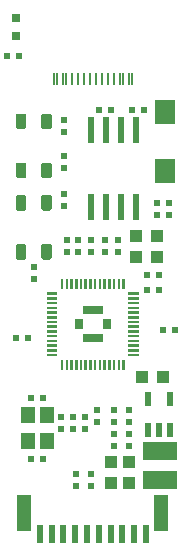
<source format=gbr>
G04 #@! TF.GenerationSoftware,KiCad,Pcbnew,5.1.12-84ad8e8a86~92~ubuntu18.04.1*
G04 #@! TF.CreationDate,2023-05-05T14:43:28+03:00*
G04 #@! TF.ProjectId,RP2040-PICO30_Rev_A,52503230-3430-42d5-9049-434f33305f52,A*
G04 #@! TF.SameCoordinates,Original*
G04 #@! TF.FileFunction,Paste,Top*
G04 #@! TF.FilePolarity,Positive*
%FSLAX46Y46*%
G04 Gerber Fmt 4.6, Leading zero omitted, Abs format (unit mm)*
G04 Created by KiCad (PCBNEW 5.1.12-84ad8e8a86~92~ubuntu18.04.1) date 2023-05-05 14:43:28*
%MOMM*%
%LPD*%
G01*
G04 APERTURE LIST*
%ADD10R,0.800000X0.949200*%
%ADD11R,1.700000X0.800000*%
%ADD12R,0.600000X1.550000*%
%ADD13R,1.200000X3.100000*%
%ADD14R,0.280000X1.130000*%
%ADD15R,0.230000X1.130000*%
%ADD16R,0.800000X0.800000*%
%ADD17R,1.016000X1.016000*%
%ADD18R,3.000000X1.600000*%
%ADD19R,0.550000X0.500000*%
%ADD20R,0.550000X1.200000*%
%ADD21R,0.500000X0.550000*%
%ADD22R,1.700000X2.000000*%
%ADD23R,1.200000X1.400000*%
%ADD24R,0.600000X2.200000*%
G04 APERTURE END LIST*
G36*
G01*
X147789500Y-89710000D02*
X147789500Y-88835000D01*
G75*
G02*
X147795000Y-88829500I5500J0D01*
G01*
X147995000Y-88829500D01*
G75*
G02*
X148000500Y-88835000I0J-5500D01*
G01*
X148000500Y-89710000D01*
G75*
G02*
X147995000Y-89715500I-5500J0D01*
G01*
X147795000Y-89715500D01*
G75*
G02*
X147789500Y-89710000I0J5500D01*
G01*
G37*
G36*
G01*
X148189500Y-89710000D02*
X148189500Y-88835000D01*
G75*
G02*
X148195000Y-88829500I5500J0D01*
G01*
X148395000Y-88829500D01*
G75*
G02*
X148400500Y-88835000I0J-5500D01*
G01*
X148400500Y-89710000D01*
G75*
G02*
X148395000Y-89715500I-5500J0D01*
G01*
X148195000Y-89715500D01*
G75*
G02*
X148189500Y-89710000I0J5500D01*
G01*
G37*
G36*
G01*
X148589500Y-89710000D02*
X148589500Y-88835000D01*
G75*
G02*
X148595000Y-88829500I5500J0D01*
G01*
X148795000Y-88829500D01*
G75*
G02*
X148800500Y-88835000I0J-5500D01*
G01*
X148800500Y-89710000D01*
G75*
G02*
X148795000Y-89715500I-5500J0D01*
G01*
X148595000Y-89715500D01*
G75*
G02*
X148589500Y-89710000I0J5500D01*
G01*
G37*
G36*
G01*
X148989500Y-89710000D02*
X148989500Y-88835000D01*
G75*
G02*
X148995000Y-88829500I5500J0D01*
G01*
X149195000Y-88829500D01*
G75*
G02*
X149200500Y-88835000I0J-5500D01*
G01*
X149200500Y-89710000D01*
G75*
G02*
X149195000Y-89715500I-5500J0D01*
G01*
X148995000Y-89715500D01*
G75*
G02*
X148989500Y-89710000I0J5500D01*
G01*
G37*
G36*
G01*
X149389500Y-89710000D02*
X149389500Y-88835000D01*
G75*
G02*
X149395000Y-88829500I5500J0D01*
G01*
X149595000Y-88829500D01*
G75*
G02*
X149600500Y-88835000I0J-5500D01*
G01*
X149600500Y-89710000D01*
G75*
G02*
X149595000Y-89715500I-5500J0D01*
G01*
X149395000Y-89715500D01*
G75*
G02*
X149389500Y-89710000I0J5500D01*
G01*
G37*
G36*
G01*
X149789500Y-89710000D02*
X149789500Y-88835000D01*
G75*
G02*
X149795000Y-88829500I5500J0D01*
G01*
X149995000Y-88829500D01*
G75*
G02*
X150000500Y-88835000I0J-5500D01*
G01*
X150000500Y-89710000D01*
G75*
G02*
X149995000Y-89715500I-5500J0D01*
G01*
X149795000Y-89715500D01*
G75*
G02*
X149789500Y-89710000I0J5500D01*
G01*
G37*
G36*
G01*
X150189500Y-89710000D02*
X150189500Y-88835000D01*
G75*
G02*
X150195000Y-88829500I5500J0D01*
G01*
X150395000Y-88829500D01*
G75*
G02*
X150400500Y-88835000I0J-5500D01*
G01*
X150400500Y-89710000D01*
G75*
G02*
X150395000Y-89715500I-5500J0D01*
G01*
X150195000Y-89715500D01*
G75*
G02*
X150189500Y-89710000I0J5500D01*
G01*
G37*
G36*
G01*
X150589500Y-89710000D02*
X150589500Y-88835000D01*
G75*
G02*
X150595000Y-88829500I5500J0D01*
G01*
X150795000Y-88829500D01*
G75*
G02*
X150800500Y-88835000I0J-5500D01*
G01*
X150800500Y-89710000D01*
G75*
G02*
X150795000Y-89715500I-5500J0D01*
G01*
X150595000Y-89715500D01*
G75*
G02*
X150589500Y-89710000I0J5500D01*
G01*
G37*
G36*
G01*
X150989500Y-89710000D02*
X150989500Y-88835000D01*
G75*
G02*
X150995000Y-88829500I5500J0D01*
G01*
X151195000Y-88829500D01*
G75*
G02*
X151200500Y-88835000I0J-5500D01*
G01*
X151200500Y-89710000D01*
G75*
G02*
X151195000Y-89715500I-5500J0D01*
G01*
X150995000Y-89715500D01*
G75*
G02*
X150989500Y-89710000I0J5500D01*
G01*
G37*
G36*
G01*
X151389500Y-89710000D02*
X151389500Y-88835000D01*
G75*
G02*
X151395000Y-88829500I5500J0D01*
G01*
X151595000Y-88829500D01*
G75*
G02*
X151600500Y-88835000I0J-5500D01*
G01*
X151600500Y-89710000D01*
G75*
G02*
X151595000Y-89715500I-5500J0D01*
G01*
X151395000Y-89715500D01*
G75*
G02*
X151389500Y-89710000I0J5500D01*
G01*
G37*
G36*
G01*
X151789500Y-89710000D02*
X151789500Y-88835000D01*
G75*
G02*
X151795000Y-88829500I5500J0D01*
G01*
X151995000Y-88829500D01*
G75*
G02*
X152000500Y-88835000I0J-5500D01*
G01*
X152000500Y-89710000D01*
G75*
G02*
X151995000Y-89715500I-5500J0D01*
G01*
X151795000Y-89715500D01*
G75*
G02*
X151789500Y-89710000I0J5500D01*
G01*
G37*
G36*
G01*
X152189500Y-89710000D02*
X152189500Y-88835000D01*
G75*
G02*
X152195000Y-88829500I5500J0D01*
G01*
X152395000Y-88829500D01*
G75*
G02*
X152400500Y-88835000I0J-5500D01*
G01*
X152400500Y-89710000D01*
G75*
G02*
X152395000Y-89715500I-5500J0D01*
G01*
X152195000Y-89715500D01*
G75*
G02*
X152189500Y-89710000I0J5500D01*
G01*
G37*
G36*
G01*
X152589500Y-89710000D02*
X152589500Y-88835000D01*
G75*
G02*
X152595000Y-88829500I5500J0D01*
G01*
X152795000Y-88829500D01*
G75*
G02*
X152800500Y-88835000I0J-5500D01*
G01*
X152800500Y-89710000D01*
G75*
G02*
X152795000Y-89715500I-5500J0D01*
G01*
X152595000Y-89715500D01*
G75*
G02*
X152589500Y-89710000I0J5500D01*
G01*
G37*
G36*
G01*
X152989500Y-89710000D02*
X152989500Y-88835000D01*
G75*
G02*
X152995000Y-88829500I5500J0D01*
G01*
X153195000Y-88829500D01*
G75*
G02*
X153200500Y-88835000I0J-5500D01*
G01*
X153200500Y-89710000D01*
G75*
G02*
X153195000Y-89715500I-5500J0D01*
G01*
X152995000Y-89715500D01*
G75*
G02*
X152989500Y-89710000I0J5500D01*
G01*
G37*
G36*
G01*
X153489500Y-90210000D02*
X153489500Y-90010000D01*
G75*
G02*
X153495000Y-90004500I5500J0D01*
G01*
X154370000Y-90004500D01*
G75*
G02*
X154375500Y-90010000I0J-5500D01*
G01*
X154375500Y-90210000D01*
G75*
G02*
X154370000Y-90215500I-5500J0D01*
G01*
X153495000Y-90215500D01*
G75*
G02*
X153489500Y-90210000I0J5500D01*
G01*
G37*
G36*
G01*
X153489500Y-90610000D02*
X153489500Y-90410000D01*
G75*
G02*
X153495000Y-90404500I5500J0D01*
G01*
X154370000Y-90404500D01*
G75*
G02*
X154375500Y-90410000I0J-5500D01*
G01*
X154375500Y-90610000D01*
G75*
G02*
X154370000Y-90615500I-5500J0D01*
G01*
X153495000Y-90615500D01*
G75*
G02*
X153489500Y-90610000I0J5500D01*
G01*
G37*
G36*
G01*
X153489500Y-91010000D02*
X153489500Y-90810000D01*
G75*
G02*
X153495000Y-90804500I5500J0D01*
G01*
X154370000Y-90804500D01*
G75*
G02*
X154375500Y-90810000I0J-5500D01*
G01*
X154375500Y-91010000D01*
G75*
G02*
X154370000Y-91015500I-5500J0D01*
G01*
X153495000Y-91015500D01*
G75*
G02*
X153489500Y-91010000I0J5500D01*
G01*
G37*
G36*
G01*
X153489500Y-91410000D02*
X153489500Y-91210000D01*
G75*
G02*
X153495000Y-91204500I5500J0D01*
G01*
X154370000Y-91204500D01*
G75*
G02*
X154375500Y-91210000I0J-5500D01*
G01*
X154375500Y-91410000D01*
G75*
G02*
X154370000Y-91415500I-5500J0D01*
G01*
X153495000Y-91415500D01*
G75*
G02*
X153489500Y-91410000I0J5500D01*
G01*
G37*
G36*
G01*
X153489500Y-91810000D02*
X153489500Y-91610000D01*
G75*
G02*
X153495000Y-91604500I5500J0D01*
G01*
X154370000Y-91604500D01*
G75*
G02*
X154375500Y-91610000I0J-5500D01*
G01*
X154375500Y-91810000D01*
G75*
G02*
X154370000Y-91815500I-5500J0D01*
G01*
X153495000Y-91815500D01*
G75*
G02*
X153489500Y-91810000I0J5500D01*
G01*
G37*
G36*
G01*
X153489500Y-92210000D02*
X153489500Y-92010000D01*
G75*
G02*
X153495000Y-92004500I5500J0D01*
G01*
X154370000Y-92004500D01*
G75*
G02*
X154375500Y-92010000I0J-5500D01*
G01*
X154375500Y-92210000D01*
G75*
G02*
X154370000Y-92215500I-5500J0D01*
G01*
X153495000Y-92215500D01*
G75*
G02*
X153489500Y-92210000I0J5500D01*
G01*
G37*
G36*
G01*
X153489500Y-92610000D02*
X153489500Y-92410000D01*
G75*
G02*
X153495000Y-92404500I5500J0D01*
G01*
X154370000Y-92404500D01*
G75*
G02*
X154375500Y-92410000I0J-5500D01*
G01*
X154375500Y-92610000D01*
G75*
G02*
X154370000Y-92615500I-5500J0D01*
G01*
X153495000Y-92615500D01*
G75*
G02*
X153489500Y-92610000I0J5500D01*
G01*
G37*
G36*
G01*
X153489500Y-93010000D02*
X153489500Y-92810000D01*
G75*
G02*
X153495000Y-92804500I5500J0D01*
G01*
X154370000Y-92804500D01*
G75*
G02*
X154375500Y-92810000I0J-5500D01*
G01*
X154375500Y-93010000D01*
G75*
G02*
X154370000Y-93015500I-5500J0D01*
G01*
X153495000Y-93015500D01*
G75*
G02*
X153489500Y-93010000I0J5500D01*
G01*
G37*
G36*
G01*
X153489500Y-93410000D02*
X153489500Y-93210000D01*
G75*
G02*
X153495000Y-93204500I5500J0D01*
G01*
X154370000Y-93204500D01*
G75*
G02*
X154375500Y-93210000I0J-5500D01*
G01*
X154375500Y-93410000D01*
G75*
G02*
X154370000Y-93415500I-5500J0D01*
G01*
X153495000Y-93415500D01*
G75*
G02*
X153489500Y-93410000I0J5500D01*
G01*
G37*
G36*
G01*
X153489500Y-93810000D02*
X153489500Y-93610000D01*
G75*
G02*
X153495000Y-93604500I5500J0D01*
G01*
X154370000Y-93604500D01*
G75*
G02*
X154375500Y-93610000I0J-5500D01*
G01*
X154375500Y-93810000D01*
G75*
G02*
X154370000Y-93815500I-5500J0D01*
G01*
X153495000Y-93815500D01*
G75*
G02*
X153489500Y-93810000I0J5500D01*
G01*
G37*
G36*
G01*
X153489500Y-94210000D02*
X153489500Y-94010000D01*
G75*
G02*
X153495000Y-94004500I5500J0D01*
G01*
X154370000Y-94004500D01*
G75*
G02*
X154375500Y-94010000I0J-5500D01*
G01*
X154375500Y-94210000D01*
G75*
G02*
X154370000Y-94215500I-5500J0D01*
G01*
X153495000Y-94215500D01*
G75*
G02*
X153489500Y-94210000I0J5500D01*
G01*
G37*
G36*
G01*
X153489500Y-94610000D02*
X153489500Y-94410000D01*
G75*
G02*
X153495000Y-94404500I5500J0D01*
G01*
X154370000Y-94404500D01*
G75*
G02*
X154375500Y-94410000I0J-5500D01*
G01*
X154375500Y-94610000D01*
G75*
G02*
X154370000Y-94615500I-5500J0D01*
G01*
X153495000Y-94615500D01*
G75*
G02*
X153489500Y-94610000I0J5500D01*
G01*
G37*
G36*
G01*
X153489500Y-95010000D02*
X153489500Y-94810000D01*
G75*
G02*
X153495000Y-94804500I5500J0D01*
G01*
X154370000Y-94804500D01*
G75*
G02*
X154375500Y-94810000I0J-5500D01*
G01*
X154375500Y-95010000D01*
G75*
G02*
X154370000Y-95015500I-5500J0D01*
G01*
X153495000Y-95015500D01*
G75*
G02*
X153489500Y-95010000I0J5500D01*
G01*
G37*
G36*
G01*
X153489500Y-95410000D02*
X153489500Y-95210000D01*
G75*
G02*
X153495000Y-95204500I5500J0D01*
G01*
X154370000Y-95204500D01*
G75*
G02*
X154375500Y-95210000I0J-5500D01*
G01*
X154375500Y-95410000D01*
G75*
G02*
X154370000Y-95415500I-5500J0D01*
G01*
X153495000Y-95415500D01*
G75*
G02*
X153489500Y-95410000I0J5500D01*
G01*
G37*
G36*
G01*
X152989500Y-96585000D02*
X152989500Y-95710000D01*
G75*
G02*
X152995000Y-95704500I5500J0D01*
G01*
X153195000Y-95704500D01*
G75*
G02*
X153200500Y-95710000I0J-5500D01*
G01*
X153200500Y-96585000D01*
G75*
G02*
X153195000Y-96590500I-5500J0D01*
G01*
X152995000Y-96590500D01*
G75*
G02*
X152989500Y-96585000I0J5500D01*
G01*
G37*
G36*
G01*
X152589500Y-96585000D02*
X152589500Y-95710000D01*
G75*
G02*
X152595000Y-95704500I5500J0D01*
G01*
X152795000Y-95704500D01*
G75*
G02*
X152800500Y-95710000I0J-5500D01*
G01*
X152800500Y-96585000D01*
G75*
G02*
X152795000Y-96590500I-5500J0D01*
G01*
X152595000Y-96590500D01*
G75*
G02*
X152589500Y-96585000I0J5500D01*
G01*
G37*
G36*
G01*
X152189500Y-96585000D02*
X152189500Y-95710000D01*
G75*
G02*
X152195000Y-95704500I5500J0D01*
G01*
X152395000Y-95704500D01*
G75*
G02*
X152400500Y-95710000I0J-5500D01*
G01*
X152400500Y-96585000D01*
G75*
G02*
X152395000Y-96590500I-5500J0D01*
G01*
X152195000Y-96590500D01*
G75*
G02*
X152189500Y-96585000I0J5500D01*
G01*
G37*
G36*
G01*
X151789500Y-96585000D02*
X151789500Y-95710000D01*
G75*
G02*
X151795000Y-95704500I5500J0D01*
G01*
X151995000Y-95704500D01*
G75*
G02*
X152000500Y-95710000I0J-5500D01*
G01*
X152000500Y-96585000D01*
G75*
G02*
X151995000Y-96590500I-5500J0D01*
G01*
X151795000Y-96590500D01*
G75*
G02*
X151789500Y-96585000I0J5500D01*
G01*
G37*
G36*
G01*
X151389500Y-96585000D02*
X151389500Y-95710000D01*
G75*
G02*
X151395000Y-95704500I5500J0D01*
G01*
X151595000Y-95704500D01*
G75*
G02*
X151600500Y-95710000I0J-5500D01*
G01*
X151600500Y-96585000D01*
G75*
G02*
X151595000Y-96590500I-5500J0D01*
G01*
X151395000Y-96590500D01*
G75*
G02*
X151389500Y-96585000I0J5500D01*
G01*
G37*
G36*
G01*
X150989500Y-96585000D02*
X150989500Y-95710000D01*
G75*
G02*
X150995000Y-95704500I5500J0D01*
G01*
X151195000Y-95704500D01*
G75*
G02*
X151200500Y-95710000I0J-5500D01*
G01*
X151200500Y-96585000D01*
G75*
G02*
X151195000Y-96590500I-5500J0D01*
G01*
X150995000Y-96590500D01*
G75*
G02*
X150989500Y-96585000I0J5500D01*
G01*
G37*
G36*
G01*
X150589500Y-96585000D02*
X150589500Y-95710000D01*
G75*
G02*
X150595000Y-95704500I5500J0D01*
G01*
X150795000Y-95704500D01*
G75*
G02*
X150800500Y-95710000I0J-5500D01*
G01*
X150800500Y-96585000D01*
G75*
G02*
X150795000Y-96590500I-5500J0D01*
G01*
X150595000Y-96590500D01*
G75*
G02*
X150589500Y-96585000I0J5500D01*
G01*
G37*
G36*
G01*
X150189500Y-96585000D02*
X150189500Y-95710000D01*
G75*
G02*
X150195000Y-95704500I5500J0D01*
G01*
X150395000Y-95704500D01*
G75*
G02*
X150400500Y-95710000I0J-5500D01*
G01*
X150400500Y-96585000D01*
G75*
G02*
X150395000Y-96590500I-5500J0D01*
G01*
X150195000Y-96590500D01*
G75*
G02*
X150189500Y-96585000I0J5500D01*
G01*
G37*
G36*
G01*
X149789500Y-96585000D02*
X149789500Y-95710000D01*
G75*
G02*
X149795000Y-95704500I5500J0D01*
G01*
X149995000Y-95704500D01*
G75*
G02*
X150000500Y-95710000I0J-5500D01*
G01*
X150000500Y-96585000D01*
G75*
G02*
X149995000Y-96590500I-5500J0D01*
G01*
X149795000Y-96590500D01*
G75*
G02*
X149789500Y-96585000I0J5500D01*
G01*
G37*
G36*
G01*
X149389500Y-96585000D02*
X149389500Y-95710000D01*
G75*
G02*
X149395000Y-95704500I5500J0D01*
G01*
X149595000Y-95704500D01*
G75*
G02*
X149600500Y-95710000I0J-5500D01*
G01*
X149600500Y-96585000D01*
G75*
G02*
X149595000Y-96590500I-5500J0D01*
G01*
X149395000Y-96590500D01*
G75*
G02*
X149389500Y-96585000I0J5500D01*
G01*
G37*
G36*
G01*
X148989500Y-96585000D02*
X148989500Y-95710000D01*
G75*
G02*
X148995000Y-95704500I5500J0D01*
G01*
X149195000Y-95704500D01*
G75*
G02*
X149200500Y-95710000I0J-5500D01*
G01*
X149200500Y-96585000D01*
G75*
G02*
X149195000Y-96590500I-5500J0D01*
G01*
X148995000Y-96590500D01*
G75*
G02*
X148989500Y-96585000I0J5500D01*
G01*
G37*
G36*
G01*
X148589500Y-96585000D02*
X148589500Y-95710000D01*
G75*
G02*
X148595000Y-95704500I5500J0D01*
G01*
X148795000Y-95704500D01*
G75*
G02*
X148800500Y-95710000I0J-5500D01*
G01*
X148800500Y-96585000D01*
G75*
G02*
X148795000Y-96590500I-5500J0D01*
G01*
X148595000Y-96590500D01*
G75*
G02*
X148589500Y-96585000I0J5500D01*
G01*
G37*
G36*
G01*
X148189500Y-96585000D02*
X148189500Y-95710000D01*
G75*
G02*
X148195000Y-95704500I5500J0D01*
G01*
X148395000Y-95704500D01*
G75*
G02*
X148400500Y-95710000I0J-5500D01*
G01*
X148400500Y-96585000D01*
G75*
G02*
X148395000Y-96590500I-5500J0D01*
G01*
X148195000Y-96590500D01*
G75*
G02*
X148189500Y-96585000I0J5500D01*
G01*
G37*
G36*
G01*
X147789500Y-96585000D02*
X147789500Y-95710000D01*
G75*
G02*
X147795000Y-95704500I5500J0D01*
G01*
X147995000Y-95704500D01*
G75*
G02*
X148000500Y-95710000I0J-5500D01*
G01*
X148000500Y-96585000D01*
G75*
G02*
X147995000Y-96590500I-5500J0D01*
G01*
X147795000Y-96590500D01*
G75*
G02*
X147789500Y-96585000I0J5500D01*
G01*
G37*
G36*
G01*
X146614500Y-95410000D02*
X146614500Y-95210000D01*
G75*
G02*
X146620000Y-95204500I5500J0D01*
G01*
X147495000Y-95204500D01*
G75*
G02*
X147500500Y-95210000I0J-5500D01*
G01*
X147500500Y-95410000D01*
G75*
G02*
X147495000Y-95415500I-5500J0D01*
G01*
X146620000Y-95415500D01*
G75*
G02*
X146614500Y-95410000I0J5500D01*
G01*
G37*
G36*
G01*
X146614500Y-95010000D02*
X146614500Y-94810000D01*
G75*
G02*
X146620000Y-94804500I5500J0D01*
G01*
X147495000Y-94804500D01*
G75*
G02*
X147500500Y-94810000I0J-5500D01*
G01*
X147500500Y-95010000D01*
G75*
G02*
X147495000Y-95015500I-5500J0D01*
G01*
X146620000Y-95015500D01*
G75*
G02*
X146614500Y-95010000I0J5500D01*
G01*
G37*
G36*
G01*
X146614500Y-94610000D02*
X146614500Y-94410000D01*
G75*
G02*
X146620000Y-94404500I5500J0D01*
G01*
X147495000Y-94404500D01*
G75*
G02*
X147500500Y-94410000I0J-5500D01*
G01*
X147500500Y-94610000D01*
G75*
G02*
X147495000Y-94615500I-5500J0D01*
G01*
X146620000Y-94615500D01*
G75*
G02*
X146614500Y-94610000I0J5500D01*
G01*
G37*
G36*
G01*
X146614500Y-94210000D02*
X146614500Y-94010000D01*
G75*
G02*
X146620000Y-94004500I5500J0D01*
G01*
X147495000Y-94004500D01*
G75*
G02*
X147500500Y-94010000I0J-5500D01*
G01*
X147500500Y-94210000D01*
G75*
G02*
X147495000Y-94215500I-5500J0D01*
G01*
X146620000Y-94215500D01*
G75*
G02*
X146614500Y-94210000I0J5500D01*
G01*
G37*
G36*
G01*
X146614500Y-93810000D02*
X146614500Y-93610000D01*
G75*
G02*
X146620000Y-93604500I5500J0D01*
G01*
X147495000Y-93604500D01*
G75*
G02*
X147500500Y-93610000I0J-5500D01*
G01*
X147500500Y-93810000D01*
G75*
G02*
X147495000Y-93815500I-5500J0D01*
G01*
X146620000Y-93815500D01*
G75*
G02*
X146614500Y-93810000I0J5500D01*
G01*
G37*
G36*
G01*
X146614500Y-93410000D02*
X146614500Y-93210000D01*
G75*
G02*
X146620000Y-93204500I5500J0D01*
G01*
X147495000Y-93204500D01*
G75*
G02*
X147500500Y-93210000I0J-5500D01*
G01*
X147500500Y-93410000D01*
G75*
G02*
X147495000Y-93415500I-5500J0D01*
G01*
X146620000Y-93415500D01*
G75*
G02*
X146614500Y-93410000I0J5500D01*
G01*
G37*
G36*
G01*
X146614500Y-93010000D02*
X146614500Y-92810000D01*
G75*
G02*
X146620000Y-92804500I5500J0D01*
G01*
X147495000Y-92804500D01*
G75*
G02*
X147500500Y-92810000I0J-5500D01*
G01*
X147500500Y-93010000D01*
G75*
G02*
X147495000Y-93015500I-5500J0D01*
G01*
X146620000Y-93015500D01*
G75*
G02*
X146614500Y-93010000I0J5500D01*
G01*
G37*
G36*
G01*
X146614500Y-92610000D02*
X146614500Y-92410000D01*
G75*
G02*
X146620000Y-92404500I5500J0D01*
G01*
X147495000Y-92404500D01*
G75*
G02*
X147500500Y-92410000I0J-5500D01*
G01*
X147500500Y-92610000D01*
G75*
G02*
X147495000Y-92615500I-5500J0D01*
G01*
X146620000Y-92615500D01*
G75*
G02*
X146614500Y-92610000I0J5500D01*
G01*
G37*
G36*
G01*
X146614500Y-92210000D02*
X146614500Y-92010000D01*
G75*
G02*
X146620000Y-92004500I5500J0D01*
G01*
X147495000Y-92004500D01*
G75*
G02*
X147500500Y-92010000I0J-5500D01*
G01*
X147500500Y-92210000D01*
G75*
G02*
X147495000Y-92215500I-5500J0D01*
G01*
X146620000Y-92215500D01*
G75*
G02*
X146614500Y-92210000I0J5500D01*
G01*
G37*
G36*
G01*
X146614500Y-91810000D02*
X146614500Y-91610000D01*
G75*
G02*
X146620000Y-91604500I5500J0D01*
G01*
X147495000Y-91604500D01*
G75*
G02*
X147500500Y-91610000I0J-5500D01*
G01*
X147500500Y-91810000D01*
G75*
G02*
X147495000Y-91815500I-5500J0D01*
G01*
X146620000Y-91815500D01*
G75*
G02*
X146614500Y-91810000I0J5500D01*
G01*
G37*
G36*
G01*
X146614500Y-91410000D02*
X146614500Y-91210000D01*
G75*
G02*
X146620000Y-91204500I5500J0D01*
G01*
X147495000Y-91204500D01*
G75*
G02*
X147500500Y-91210000I0J-5500D01*
G01*
X147500500Y-91410000D01*
G75*
G02*
X147495000Y-91415500I-5500J0D01*
G01*
X146620000Y-91415500D01*
G75*
G02*
X146614500Y-91410000I0J5500D01*
G01*
G37*
G36*
G01*
X146614500Y-91010000D02*
X146614500Y-90810000D01*
G75*
G02*
X146620000Y-90804500I5500J0D01*
G01*
X147495000Y-90804500D01*
G75*
G02*
X147500500Y-90810000I0J-5500D01*
G01*
X147500500Y-91010000D01*
G75*
G02*
X147495000Y-91015500I-5500J0D01*
G01*
X146620000Y-91015500D01*
G75*
G02*
X146614500Y-91010000I0J5500D01*
G01*
G37*
G36*
G01*
X146614500Y-90610000D02*
X146614500Y-90410000D01*
G75*
G02*
X146620000Y-90404500I5500J0D01*
G01*
X147495000Y-90404500D01*
G75*
G02*
X147500500Y-90410000I0J-5500D01*
G01*
X147500500Y-90610000D01*
G75*
G02*
X147495000Y-90615500I-5500J0D01*
G01*
X146620000Y-90615500D01*
G75*
G02*
X146614500Y-90610000I0J5500D01*
G01*
G37*
G36*
G01*
X146614500Y-90210000D02*
X146614500Y-90010000D01*
G75*
G02*
X146620000Y-90004500I5500J0D01*
G01*
X147495000Y-90004500D01*
G75*
G02*
X147500500Y-90010000I0J-5500D01*
G01*
X147500500Y-90210000D01*
G75*
G02*
X147495000Y-90215500I-5500J0D01*
G01*
X146620000Y-90215500D01*
G75*
G02*
X146614500Y-90210000I0J5500D01*
G01*
G37*
D10*
X151688800Y-92710000D03*
X149301200Y-92710000D03*
D11*
X150495000Y-93903800D03*
X150495000Y-91516200D03*
D12*
X146000000Y-110425000D03*
X147000000Y-110425000D03*
X148000000Y-110425000D03*
X149000000Y-110425000D03*
X150000000Y-110425000D03*
X151000000Y-110425000D03*
X152000000Y-110425000D03*
X153000000Y-110425000D03*
X154000000Y-110425000D03*
X155000000Y-110425000D03*
D13*
X144700000Y-108650000D03*
X156300000Y-108650000D03*
D14*
X147175000Y-71932000D03*
X153825000Y-71932000D03*
X147425000Y-71932000D03*
X153575000Y-71932000D03*
X147975000Y-71932000D03*
X153025000Y-71932000D03*
X148225000Y-71932000D03*
X152775000Y-71932000D03*
D15*
X150750000Y-71932000D03*
X149750000Y-71932000D03*
X149250000Y-71932000D03*
X150250000Y-71932000D03*
X148750000Y-71932000D03*
X151250000Y-71932000D03*
X151750000Y-71932000D03*
X152250000Y-71932000D03*
D16*
X144000000Y-68262000D03*
X144000000Y-66738000D03*
D17*
X154686000Y-97155000D03*
X156464000Y-97155000D03*
X153543000Y-104370000D03*
X153543000Y-106148000D03*
X152019000Y-104370000D03*
X152019000Y-106148000D03*
D18*
X156210000Y-105848000D03*
X156210000Y-103448000D03*
D19*
X152273000Y-102973000D03*
X152273000Y-101957000D03*
X153543000Y-99925000D03*
X153543000Y-100941000D03*
X149098000Y-106426000D03*
X149098000Y-105410000D03*
X150368000Y-106426000D03*
X150368000Y-105410000D03*
D20*
X155133000Y-101630000D03*
X156083000Y-101630000D03*
X157033000Y-101630000D03*
X155133000Y-99030000D03*
X157033000Y-99030000D03*
D21*
X151003000Y-74549000D03*
X152019000Y-74549000D03*
D19*
X150876000Y-100965000D03*
X150876000Y-99949000D03*
X145542000Y-87884000D03*
X145542000Y-88900000D03*
D21*
X144018000Y-93903800D03*
X145034000Y-93903800D03*
D19*
X148844000Y-101600000D03*
X148844000Y-100584000D03*
D21*
X157480000Y-93218000D03*
X156464000Y-93218000D03*
X156083000Y-89789000D03*
X155067000Y-89789000D03*
D19*
X150368000Y-85598000D03*
X150368000Y-86614000D03*
X149225000Y-85598000D03*
X149225000Y-86614000D03*
D21*
X156083000Y-88519000D03*
X155067000Y-88519000D03*
D17*
X155956000Y-86995000D03*
X154178000Y-86995000D03*
X155956000Y-85217000D03*
X154178000Y-85217000D03*
D19*
X149860000Y-101600000D03*
X149860000Y-100584000D03*
X148336000Y-85598000D03*
X148336000Y-86614000D03*
D21*
X145288000Y-104140000D03*
X146304000Y-104140000D03*
X145288000Y-98933000D03*
X146304000Y-98933000D03*
D22*
X156591000Y-79716000D03*
X156591000Y-74716000D03*
D23*
X144996000Y-102573000D03*
X146596000Y-100373000D03*
X144996000Y-100373000D03*
X146596000Y-102573000D03*
D19*
X148082000Y-81661000D03*
X148082000Y-82677000D03*
X152273000Y-99949000D03*
X152273000Y-100965000D03*
X147828000Y-100584000D03*
X147828000Y-101600000D03*
X148082000Y-78486000D03*
X148082000Y-79502000D03*
X152654000Y-86614000D03*
X152654000Y-85598000D03*
X151511000Y-86614000D03*
X151511000Y-85598000D03*
D21*
X144272000Y-70025000D03*
X143256000Y-70025000D03*
D24*
X150368000Y-76267000D03*
X151638000Y-76267000D03*
X152908000Y-76267000D03*
X154178000Y-76267000D03*
X154178000Y-82737000D03*
X152908000Y-82737000D03*
X151638000Y-82737000D03*
X150368000Y-82737000D03*
D19*
X153543000Y-101981000D03*
X153543000Y-102997000D03*
X155956000Y-83439000D03*
X155956000Y-82423000D03*
X156972000Y-83439000D03*
X156972000Y-82423000D03*
G36*
G01*
X144100000Y-79018000D02*
X144750000Y-79018000D01*
G75*
G02*
X144877000Y-79145000I0J-127000D01*
G01*
X144877000Y-80195000D01*
G75*
G02*
X144750000Y-80322000I-127000J0D01*
G01*
X144100000Y-80322000D01*
G75*
G02*
X143973000Y-80195000I0J127000D01*
G01*
X143973000Y-79145000D01*
G75*
G02*
X144100000Y-79018000I127000J0D01*
G01*
G37*
G36*
G01*
X144100000Y-74868000D02*
X144750000Y-74868000D01*
G75*
G02*
X144877000Y-74995000I0J-127000D01*
G01*
X144877000Y-76045000D01*
G75*
G02*
X144750000Y-76172000I-127000J0D01*
G01*
X144100000Y-76172000D01*
G75*
G02*
X143973000Y-76045000I0J127000D01*
G01*
X143973000Y-74995000D01*
G75*
G02*
X144100000Y-74868000I127000J0D01*
G01*
G37*
G36*
G01*
X146250000Y-79018000D02*
X146900000Y-79018000D01*
G75*
G02*
X147027000Y-79145000I0J-127000D01*
G01*
X147027000Y-80195000D01*
G75*
G02*
X146900000Y-80322000I-127000J0D01*
G01*
X146250000Y-80322000D01*
G75*
G02*
X146123000Y-80195000I0J127000D01*
G01*
X146123000Y-79145000D01*
G75*
G02*
X146250000Y-79018000I127000J0D01*
G01*
G37*
G36*
G01*
X146250000Y-74868000D02*
X146900000Y-74868000D01*
G75*
G02*
X147027000Y-74995000I0J-127000D01*
G01*
X147027000Y-76045000D01*
G75*
G02*
X146900000Y-76172000I-127000J0D01*
G01*
X146250000Y-76172000D01*
G75*
G02*
X146123000Y-76045000I0J127000D01*
G01*
X146123000Y-74995000D01*
G75*
G02*
X146250000Y-74868000I127000J0D01*
G01*
G37*
G36*
G01*
X144100000Y-85923000D02*
X144750000Y-85923000D01*
G75*
G02*
X144877000Y-86050000I0J-127000D01*
G01*
X144877000Y-87100000D01*
G75*
G02*
X144750000Y-87227000I-127000J0D01*
G01*
X144100000Y-87227000D01*
G75*
G02*
X143973000Y-87100000I0J127000D01*
G01*
X143973000Y-86050000D01*
G75*
G02*
X144100000Y-85923000I127000J0D01*
G01*
G37*
G36*
G01*
X144100000Y-81773000D02*
X144750000Y-81773000D01*
G75*
G02*
X144877000Y-81900000I0J-127000D01*
G01*
X144877000Y-82950000D01*
G75*
G02*
X144750000Y-83077000I-127000J0D01*
G01*
X144100000Y-83077000D01*
G75*
G02*
X143973000Y-82950000I0J127000D01*
G01*
X143973000Y-81900000D01*
G75*
G02*
X144100000Y-81773000I127000J0D01*
G01*
G37*
G36*
G01*
X146250000Y-85923000D02*
X146900000Y-85923000D01*
G75*
G02*
X147027000Y-86050000I0J-127000D01*
G01*
X147027000Y-87100000D01*
G75*
G02*
X146900000Y-87227000I-127000J0D01*
G01*
X146250000Y-87227000D01*
G75*
G02*
X146123000Y-87100000I0J127000D01*
G01*
X146123000Y-86050000D01*
G75*
G02*
X146250000Y-85923000I127000J0D01*
G01*
G37*
G36*
G01*
X146250000Y-81773000D02*
X146900000Y-81773000D01*
G75*
G02*
X147027000Y-81900000I0J-127000D01*
G01*
X147027000Y-82950000D01*
G75*
G02*
X146900000Y-83077000I-127000J0D01*
G01*
X146250000Y-83077000D01*
G75*
G02*
X146123000Y-82950000I0J127000D01*
G01*
X146123000Y-81900000D01*
G75*
G02*
X146250000Y-81773000I127000J0D01*
G01*
G37*
X148082000Y-76454000D03*
X148082000Y-75438000D03*
D21*
X153797000Y-74549000D03*
X154813000Y-74549000D03*
M02*

</source>
